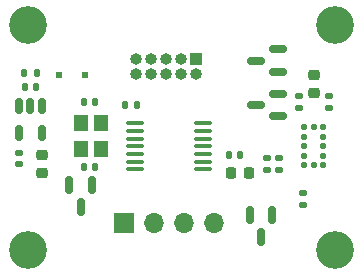
<source format=gts>
G04 #@! TF.GenerationSoftware,KiCad,Pcbnew,6.0.11-2627ca5db0~126~ubuntu22.04.1*
G04 #@! TF.CreationDate,2023-06-19T15:46:02-07:00*
G04 #@! TF.ProjectId,VL53L1x_pwm,564c3533-4c31-4785-9f70-776d2e6b6963,rev?*
G04 #@! TF.SameCoordinates,Original*
G04 #@! TF.FileFunction,Soldermask,Top*
G04 #@! TF.FilePolarity,Negative*
%FSLAX46Y46*%
G04 Gerber Fmt 4.6, Leading zero omitted, Abs format (unit mm)*
G04 Created by KiCad (PCBNEW 6.0.11-2627ca5db0~126~ubuntu22.04.1) date 2023-06-19 15:46:02*
%MOMM*%
%LPD*%
G01*
G04 APERTURE LIST*
G04 Aperture macros list*
%AMRoundRect*
0 Rectangle with rounded corners*
0 $1 Rounding radius*
0 $2 $3 $4 $5 $6 $7 $8 $9 X,Y pos of 4 corners*
0 Add a 4 corners polygon primitive as box body*
4,1,4,$2,$3,$4,$5,$6,$7,$8,$9,$2,$3,0*
0 Add four circle primitives for the rounded corners*
1,1,$1+$1,$2,$3*
1,1,$1+$1,$4,$5*
1,1,$1+$1,$6,$7*
1,1,$1+$1,$8,$9*
0 Add four rect primitives between the rounded corners*
20,1,$1+$1,$2,$3,$4,$5,0*
20,1,$1+$1,$4,$5,$6,$7,0*
20,1,$1+$1,$6,$7,$8,$9,0*
20,1,$1+$1,$8,$9,$2,$3,0*%
G04 Aperture macros list end*
%ADD10RoundRect,0.140000X0.140000X0.170000X-0.140000X0.170000X-0.140000X-0.170000X0.140000X-0.170000X0*%
%ADD11RoundRect,0.140000X-0.170000X0.140000X-0.170000X-0.140000X0.170000X-0.140000X0.170000X0.140000X0*%
%ADD12RoundRect,0.062500X-0.062500X0.127500X-0.062500X-0.127500X0.062500X-0.127500X0.062500X0.127500X0*%
%ADD13RoundRect,0.125000X-0.125000X0.125000X-0.125000X-0.125000X0.125000X-0.125000X0.125000X0.125000X0*%
%ADD14R,1.700000X1.700000*%
%ADD15O,1.700000X1.700000*%
%ADD16RoundRect,0.135000X-0.185000X0.135000X-0.185000X-0.135000X0.185000X-0.135000X0.185000X0.135000X0*%
%ADD17R,1.200000X1.400000*%
%ADD18RoundRect,0.140000X0.170000X-0.140000X0.170000X0.140000X-0.170000X0.140000X-0.170000X-0.140000X0*%
%ADD19RoundRect,0.135000X0.185000X-0.135000X0.185000X0.135000X-0.185000X0.135000X-0.185000X-0.135000X0*%
%ADD20R,1.000000X1.000000*%
%ADD21O,1.000000X1.000000*%
%ADD22RoundRect,0.225000X0.225000X0.250000X-0.225000X0.250000X-0.225000X-0.250000X0.225000X-0.250000X0*%
%ADD23RoundRect,0.140000X-0.140000X-0.170000X0.140000X-0.170000X0.140000X0.170000X-0.140000X0.170000X0*%
%ADD24R,0.500000X0.500000*%
%ADD25RoundRect,0.225000X-0.250000X0.225000X-0.250000X-0.225000X0.250000X-0.225000X0.250000X0.225000X0*%
%ADD26C,3.200000*%
%ADD27RoundRect,0.150000X0.587500X0.150000X-0.587500X0.150000X-0.587500X-0.150000X0.587500X-0.150000X0*%
%ADD28RoundRect,0.225000X0.250000X-0.225000X0.250000X0.225000X-0.250000X0.225000X-0.250000X-0.225000X0*%
%ADD29RoundRect,0.135000X0.135000X0.185000X-0.135000X0.185000X-0.135000X-0.185000X0.135000X-0.185000X0*%
%ADD30RoundRect,0.150000X-0.150000X0.587500X-0.150000X-0.587500X0.150000X-0.587500X0.150000X0.587500X0*%
%ADD31RoundRect,0.150000X-0.150000X0.512500X-0.150000X-0.512500X0.150000X-0.512500X0.150000X0.512500X0*%
%ADD32RoundRect,0.100000X-0.637500X-0.100000X0.637500X-0.100000X0.637500X0.100000X-0.637500X0.100000X0*%
G04 APERTURE END LIST*
D10*
G04 #@! TO.C,C2*
X126730000Y-96000000D03*
X125770000Y-96000000D03*
G04 #@! TD*
D11*
G04 #@! TO.C,C7*
X120250000Y-100290000D03*
X120250000Y-101250000D03*
G04 #@! TD*
D12*
G04 #@! TO.C,U3*
X145925000Y-98010000D03*
D13*
X146050000Y-98150000D03*
X146050000Y-98950000D03*
X146050000Y-99750000D03*
X146050000Y-100550000D03*
X146050000Y-101350000D03*
X145250000Y-101350000D03*
X144450000Y-101350000D03*
X144450000Y-100550000D03*
X144450000Y-99750000D03*
X144450000Y-98950000D03*
X144450000Y-98150000D03*
X145250000Y-98150000D03*
G04 #@! TD*
D14*
G04 #@! TO.C,J2*
X129200000Y-106250000D03*
D15*
X131740000Y-106250000D03*
X134280000Y-106250000D03*
X136820000Y-106250000D03*
G04 #@! TD*
D16*
G04 #@! TO.C,R2*
X142306359Y-100740000D03*
X142306359Y-101760000D03*
G04 #@! TD*
D17*
G04 #@! TO.C,Y1*
X125500000Y-97750000D03*
X125500000Y-99950000D03*
X127200000Y-99950000D03*
X127200000Y-97750000D03*
G04 #@! TD*
D18*
G04 #@! TO.C,C4*
X146500000Y-96480000D03*
X146500000Y-95520000D03*
G04 #@! TD*
G04 #@! TO.C,C5*
X144000000Y-96480000D03*
X144000000Y-95520000D03*
G04 #@! TD*
D10*
G04 #@! TO.C,C11*
X138980000Y-100500000D03*
X138020000Y-100500000D03*
G04 #@! TD*
G04 #@! TO.C,C9*
X126730000Y-101500000D03*
X125770000Y-101500000D03*
G04 #@! TD*
D19*
G04 #@! TO.C,R3*
X141250000Y-101760000D03*
X141250000Y-100740000D03*
G04 #@! TD*
D20*
G04 #@! TO.C,J1*
X135300000Y-92375000D03*
D21*
X135300000Y-93645000D03*
X134030000Y-92375000D03*
X134030000Y-93645000D03*
X132760000Y-92375000D03*
X132760000Y-93645000D03*
X131490000Y-92375000D03*
X131490000Y-93645000D03*
X130220000Y-92375000D03*
X130220000Y-93645000D03*
G04 #@! TD*
D22*
G04 #@! TO.C,C10*
X139750000Y-102000000D03*
X138200000Y-102000000D03*
G04 #@! TD*
D23*
G04 #@! TO.C,C3*
X129270000Y-96250000D03*
X130230000Y-96250000D03*
G04 #@! TD*
D24*
G04 #@! TO.C,D1*
X123650000Y-93750000D03*
X125850000Y-93750000D03*
G04 #@! TD*
D25*
G04 #@! TO.C,C8*
X122250000Y-100475000D03*
X122250000Y-102025000D03*
G04 #@! TD*
D26*
G04 #@! TO.C,REF\u002A\u002A*
X121000000Y-108500000D03*
G04 #@! TD*
G04 #@! TO.C,REF\u002A\u002A*
X121000000Y-89500000D03*
G04 #@! TD*
D27*
G04 #@! TO.C,Q2*
X142187500Y-97200000D03*
X142187500Y-95300000D03*
X140312500Y-96250000D03*
G04 #@! TD*
D26*
G04 #@! TO.C,REF\u002A\u002A*
X147000000Y-108500000D03*
G04 #@! TD*
D28*
G04 #@! TO.C,C6*
X145250000Y-95275000D03*
X145250000Y-93725000D03*
G04 #@! TD*
D29*
G04 #@! TO.C,R1*
X121760000Y-93520000D03*
X120740000Y-93520000D03*
G04 #@! TD*
D27*
G04 #@! TO.C,Q1*
X142187500Y-93450000D03*
X142187500Y-91550000D03*
X140312500Y-92500000D03*
G04 #@! TD*
D26*
G04 #@! TO.C,REF\u002A\u002A*
X147000000Y-89500000D03*
G04 #@! TD*
D19*
G04 #@! TO.C,R4*
X144290000Y-104760000D03*
X144290000Y-103740000D03*
G04 #@! TD*
D30*
G04 #@! TO.C,Q3*
X126450000Y-103062500D03*
X124550000Y-103062500D03*
X125500000Y-104937500D03*
G04 #@! TD*
G04 #@! TO.C,Q4*
X141700000Y-105562500D03*
X139800000Y-105562500D03*
X140750000Y-107437500D03*
G04 #@! TD*
D31*
G04 #@! TO.C,U1*
X122200000Y-96362500D03*
X121250000Y-96362500D03*
X120300000Y-96362500D03*
X120300000Y-98637500D03*
X122200000Y-98637500D03*
G04 #@! TD*
D32*
G04 #@! TO.C,U2*
X130137500Y-97800000D03*
X130137500Y-98450000D03*
X130137500Y-99100000D03*
X130137500Y-99750000D03*
X130137500Y-100400000D03*
X130137500Y-101050000D03*
X130137500Y-101700000D03*
X135862500Y-101700000D03*
X135862500Y-101050000D03*
X135862500Y-100400000D03*
X135862500Y-99750000D03*
X135862500Y-99100000D03*
X135862500Y-98450000D03*
X135862500Y-97800000D03*
G04 #@! TD*
D10*
G04 #@! TO.C,C1*
X121730000Y-94750000D03*
X120770000Y-94750000D03*
G04 #@! TD*
M02*

</source>
